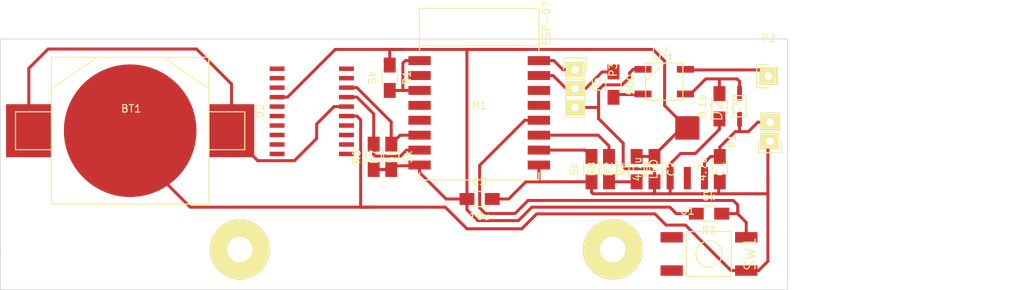
<source format=kicad_pcb>
(kicad_pcb (version 4) (host pcbnew 4.0.1-stable)

  (general
    (links 45)
    (no_connects 1)
    (area 59.899999 55.575 197.05 96.09998)
    (thickness 1.6)
    (drawings 11)
    (tracks 213)
    (zones 0)
    (modules 24)
    (nets 28)
  )

  (page A4)
  (layers
    (0 F.Cu signal)
    (31 B.Cu signal)
    (32 B.Adhes user)
    (33 F.Adhes user)
    (34 B.Paste user)
    (35 F.Paste user)
    (36 B.SilkS user)
    (37 F.SilkS user)
    (38 B.Mask user)
    (39 F.Mask user)
    (40 Dwgs.User user)
    (41 Cmts.User user)
    (42 Eco1.User user)
    (43 Eco2.User user)
    (44 Edge.Cuts user)
    (45 Margin user)
    (46 B.CrtYd user)
    (47 F.CrtYd user)
    (48 B.Fab user)
    (49 F.Fab user)
  )

  (setup
    (last_trace_width 0.4)
    (trace_clearance 0.4)
    (zone_clearance 0.508)
    (zone_45_only no)
    (trace_min 0.007874)
    (segment_width 0.2)
    (edge_width 0.1)
    (via_size 0.6)
    (via_drill 0.4)
    (via_min_size 0.015748)
    (via_min_drill 0.3)
    (uvia_size 0.3)
    (uvia_drill 0.1)
    (uvias_allowed no)
    (uvia_min_size 0.007874)
    (uvia_min_drill 0.1)
    (pcb_text_width 0.3)
    (pcb_text_size 1.5 1.5)
    (mod_edge_width 0.15)
    (mod_text_size 1 1)
    (mod_text_width 0.15)
    (pad_size 8 8)
    (pad_drill 3.4)
    (pad_to_mask_clearance 0)
    (aux_axis_origin 59.95 94.77)
    (grid_origin 59.95 94.77)
    (visible_elements 7FFFFFFF)
    (pcbplotparams
      (layerselection 0x01000_00000001)
      (usegerberextensions true)
      (excludeedgelayer true)
      (linewidth 0.100000)
      (plotframeref false)
      (viasonmask true)
      (mode 1)
      (useauxorigin true)
      (hpglpennumber 1)
      (hpglpenspeed 20)
      (hpglpendiameter 15)
      (hpglpenoverlay 2)
      (psnegative false)
      (psa4output false)
      (plotreference false)
      (plotvalue false)
      (plotinvisibletext false)
      (padsonsilk false)
      (subtractmaskfromsilk false)
      (outputformat 1)
      (mirror false)
      (drillshape 0)
      (scaleselection 1)
      (outputdirectory Gerbers/))
  )

  (net 0 "")
  (net 1 "Net-(BT1-Pad1)")
  (net 2 GND)
  (net 3 +5VD)
  (net 4 +3V3)
  (net 5 "Net-(M1-Pad1)")
  (net 6 "Net-(M1-Pad2)")
  (net 7 "Net-(M1-Pad5)")
  (net 8 SCL)
  (net 9 SDA)
  (net 10 "Net-(M1-Pad10)")
  (net 11 GPIO0)
  (net 12 "Net-(M1-Pad14)")
  (net 13 UART_Rx)
  (net 14 UART_Tx)
  (net 15 LED)
  (net 16 "Net-(P2-Pad1)")
  (net 17 "Net-(R5-Pad1)")
  (net 18 "Net-(U2-Pad3)")
  (net 19 "Net-(U2-Pad5)")
  (net 20 "Net-(U2-Pad6)")
  (net 21 "Net-(M1-Pad4)")
  (net 22 "Net-(U2-Pad20)")
  (net 23 "Net-(D1-Pad1)")
  (net 24 "Net-(M1-Pad13)")
  (net 25 "Net-(C4-Pad1)")
  (net 26 "Net-(SW1-Pad1)")
  (net 27 "Net-(SW1-Pad3)")

  (net_class Default "This is the default net class."
    (clearance 0.4)
    (trace_width 0.4)
    (via_dia 0.6)
    (via_drill 0.4)
    (uvia_dia 0.3)
    (uvia_drill 0.1)
    (add_net +3V3)
    (add_net +5VD)
    (add_net GND)
    (add_net GPIO0)
    (add_net LED)
    (add_net "Net-(BT1-Pad1)")
    (add_net "Net-(C4-Pad1)")
    (add_net "Net-(D1-Pad1)")
    (add_net "Net-(M1-Pad1)")
    (add_net "Net-(M1-Pad10)")
    (add_net "Net-(M1-Pad13)")
    (add_net "Net-(M1-Pad14)")
    (add_net "Net-(M1-Pad2)")
    (add_net "Net-(M1-Pad4)")
    (add_net "Net-(M1-Pad5)")
    (add_net "Net-(P2-Pad1)")
    (add_net "Net-(R5-Pad1)")
    (add_net "Net-(SW1-Pad1)")
    (add_net "Net-(SW1-Pad3)")
    (add_net "Net-(U2-Pad20)")
    (add_net "Net-(U2-Pad3)")
    (add_net "Net-(U2-Pad5)")
    (add_net "Net-(U2-Pad6)")
    (add_net SCL)
    (add_net SDA)
    (add_net UART_Rx)
    (add_net UART_Tx)
  )

  (module FabLibrary:M3_mount_hole locked (layer F.Cu) (tedit 5579CB64) (tstamp 557AC2F0)
    (at 92.05 89.37)
    (descr "Through hole socket strip")
    (tags "socket strip")
    (fp_text reference REF** (at 0.02794 5.55498) (layer F.SilkS) hide
      (effects (font (size 1 1) (thickness 0.15)))
    )
    (fp_text value MountHole (at -0.05588 -5.34162) (layer F.Fab) hide
      (effects (font (size 1 1) (thickness 0.15)))
    )
    (pad 1 thru_hole circle (at 0 0) (size 8 8) (drill 3.4) (layers *.Cu *.Mask F.SilkS))
    (model Socket_Strips.3dshapes/Socket_Strip_Straight_1x01.wrl
      (at (xyz 0 0 0))
      (scale (xyz 1 1 1))
      (rotate (xyz 0 0 180))
    )
  )

  (module FabLibrary:C_1206_HandSoldering_IainEdit (layer F.Cu) (tedit 54FE01C7) (tstamp 5571883B)
    (at 156.35 70.17 270)
    (descr "Capacitor SMD 1206, hand soldering")
    (tags "capacitor 1206")
    (path /5572143D)
    (attr smd)
    (fp_text reference C4 (at 0 -2.3 270) (layer F.SilkS)
      (effects (font (size 1 1) (thickness 0.15)))
    )
    (fp_text value 0.1u (at 0 2.3 270) (layer F.SilkS)
      (effects (font (size 1 1) (thickness 0.15)))
    )
    (fp_line (start -3.3 -1.15) (end 3.3 -1.15) (layer F.CrtYd) (width 0.05))
    (fp_line (start -3.3 1.15) (end 3.3 1.15) (layer F.CrtYd) (width 0.05))
    (fp_line (start -3.3 -1.15) (end -3.3 1.15) (layer F.CrtYd) (width 0.05))
    (fp_line (start 3.3 -1.15) (end 3.3 1.15) (layer F.CrtYd) (width 0.05))
    (fp_line (start 1 -1.025) (end -1 -1.025) (layer F.SilkS) (width 0.15))
    (fp_line (start -1 1.025) (end 1 1.025) (layer F.SilkS) (width 0.15))
    (pad 1 smd rect (at -1.7 0 270) (size 2 1.6) (layers F.Cu F.Paste F.Mask)
      (net 25 "Net-(C4-Pad1)"))
    (pad 2 smd rect (at 1.7 0 270) (size 2 1.6) (layers F.Cu F.Paste F.Mask)
      (net 2 GND))
    (model Capacitors_SMD/C_1206_HandSoldering.wrl
      (at (xyz 0 0 0))
      (scale (xyz 1 1 1))
      (rotate (xyz 0 0 0))
    )
  )

  (module FabLibrary:C_1206_HandSoldering_IainEdit (layer F.Cu) (tedit 54FE01C7) (tstamp 55718829)
    (at 156.4 78.6 270)
    (descr "Capacitor SMD 1206, hand soldering")
    (tags "capacitor 1206")
    (path /556F3BA7)
    (attr smd)
    (fp_text reference C1 (at -0.03 -0.05 270) (layer F.SilkS)
      (effects (font (size 1 1) (thickness 0.15)))
    )
    (fp_text value 4.7u (at 0 2.3 270) (layer F.SilkS)
      (effects (font (size 1 1) (thickness 0.15)))
    )
    (fp_line (start -3.3 -1.15) (end 3.3 -1.15) (layer F.CrtYd) (width 0.05))
    (fp_line (start -3.3 1.15) (end 3.3 1.15) (layer F.CrtYd) (width 0.05))
    (fp_line (start -3.3 -1.15) (end -3.3 1.15) (layer F.CrtYd) (width 0.05))
    (fp_line (start 3.3 -1.15) (end 3.3 1.15) (layer F.CrtYd) (width 0.05))
    (fp_line (start 1 -1.025) (end -1 -1.025) (layer F.SilkS) (width 0.15))
    (fp_line (start -1 1.025) (end 1 1.025) (layer F.SilkS) (width 0.15))
    (pad 1 smd rect (at -1.7 0 270) (size 2 1.6) (layers F.Cu F.Paste F.Mask)
      (net 3 +5VD))
    (pad 2 smd rect (at 1.7 0 270) (size 2 1.6) (layers F.Cu F.Paste F.Mask)
      (net 2 GND))
    (model Capacitors_SMD/C_1206_HandSoldering.wrl
      (at (xyz 0 0 0))
      (scale (xyz 1 1 1))
      (rotate (xyz 0 0 0))
    )
  )

  (module FabLibrary:C_1206_HandSoldering_IainEdit (layer F.Cu) (tedit 54FE01C7) (tstamp 5571882F)
    (at 147.65 78.6 270)
    (descr "Capacitor SMD 1206, hand soldering")
    (tags "capacitor 1206")
    (path /556F3AC7)
    (attr smd)
    (fp_text reference C2 (at 0 -2.3 270) (layer F.SilkS)
      (effects (font (size 1 1) (thickness 0.15)))
    )
    (fp_text value 4.7u (at 0 2.3 270) (layer F.SilkS)
      (effects (font (size 1 1) (thickness 0.15)))
    )
    (fp_line (start -3.3 -1.15) (end 3.3 -1.15) (layer F.CrtYd) (width 0.05))
    (fp_line (start -3.3 1.15) (end 3.3 1.15) (layer F.CrtYd) (width 0.05))
    (fp_line (start -3.3 -1.15) (end -3.3 1.15) (layer F.CrtYd) (width 0.05))
    (fp_line (start 3.3 -1.15) (end 3.3 1.15) (layer F.CrtYd) (width 0.05))
    (fp_line (start 1 -1.025) (end -1 -1.025) (layer F.SilkS) (width 0.15))
    (fp_line (start -1 1.025) (end 1 1.025) (layer F.SilkS) (width 0.15))
    (pad 1 smd rect (at -1.7 0 270) (size 2 1.6) (layers F.Cu F.Paste F.Mask)
      (net 4 +3V3))
    (pad 2 smd rect (at 1.7 0 270) (size 2 1.6) (layers F.Cu F.Paste F.Mask)
      (net 2 GND))
    (model Capacitors_SMD/C_1206_HandSoldering.wrl
      (at (xyz 0 0 0))
      (scale (xyz 1 1 1))
      (rotate (xyz 0 0 0))
    )
  )

  (module FabLibrary:C_1206_HandSoldering_IainEdit (layer F.Cu) (tedit 54FE01C7) (tstamp 55718835)
    (at 124.2 82.6)
    (descr "Capacitor SMD 1206, hand soldering")
    (tags "capacitor 1206")
    (path /55718FEB)
    (attr smd)
    (fp_text reference C3 (at 0 -2.3) (layer F.SilkS)
      (effects (font (size 1 1) (thickness 0.15)))
    )
    (fp_text value 10u (at 0 2.3) (layer F.SilkS)
      (effects (font (size 1 1) (thickness 0.15)))
    )
    (fp_line (start -3.3 -1.15) (end 3.3 -1.15) (layer F.CrtYd) (width 0.05))
    (fp_line (start -3.3 1.15) (end 3.3 1.15) (layer F.CrtYd) (width 0.05))
    (fp_line (start -3.3 -1.15) (end -3.3 1.15) (layer F.CrtYd) (width 0.05))
    (fp_line (start 3.3 -1.15) (end 3.3 1.15) (layer F.CrtYd) (width 0.05))
    (fp_line (start 1 -1.025) (end -1 -1.025) (layer F.SilkS) (width 0.15))
    (fp_line (start -1 1.025) (end 1 1.025) (layer F.SilkS) (width 0.15))
    (pad 1 smd rect (at -1.7 0) (size 2 1.6) (layers F.Cu F.Paste F.Mask)
      (net 4 +3V3))
    (pad 2 smd rect (at 1.7 0) (size 2 1.6) (layers F.Cu F.Paste F.Mask)
      (net 2 GND))
    (model Capacitors_SMD/C_1206_HandSoldering.wrl
      (at (xyz 0 0 0))
      (scale (xyz 1 1 1))
      (rotate (xyz 0 0 0))
    )
  )

  (module FabLibrary:C_1206_HandSoldering_IainEdit (layer F.Cu) (tedit 54FE01C7) (tstamp 55718841)
    (at 145.25 78.6 90)
    (descr "Capacitor SMD 1206, hand soldering")
    (tags "capacitor 1206")
    (path /557090B7)
    (attr smd)
    (fp_text reference D1 (at 0 -2.3 90) (layer F.SilkS)
      (effects (font (size 1 1) (thickness 0.15)))
    )
    (fp_text value LED (at 0 2.3 90) (layer F.SilkS)
      (effects (font (size 1 1) (thickness 0.15)))
    )
    (fp_line (start -3.3 -1.15) (end 3.3 -1.15) (layer F.CrtYd) (width 0.05))
    (fp_line (start -3.3 1.15) (end 3.3 1.15) (layer F.CrtYd) (width 0.05))
    (fp_line (start -3.3 -1.15) (end -3.3 1.15) (layer F.CrtYd) (width 0.05))
    (fp_line (start 3.3 -1.15) (end 3.3 1.15) (layer F.CrtYd) (width 0.05))
    (fp_line (start 1 -1.025) (end -1 -1.025) (layer F.SilkS) (width 0.15))
    (fp_line (start -1 1.025) (end 1 1.025) (layer F.SilkS) (width 0.15))
    (pad 1 smd rect (at -1.7 0 90) (size 2 1.6) (layers F.Cu F.Paste F.Mask)
      (net 23 "Net-(D1-Pad1)"))
    (pad 2 smd rect (at 1.7 0 90) (size 2 1.6) (layers F.Cu F.Paste F.Mask)
      (net 4 +3V3))
    (model Capacitors_SMD/C_1206_HandSoldering.wrl
      (at (xyz 0 0 0))
      (scale (xyz 1 1 1))
      (rotate (xyz 0 0 0))
    )
  )

  (module FabLibrary:ESP-07 (layer F.Cu) (tedit 55718857) (tstamp 55718855)
    (at 124.15 70.05 270)
    (path /556F342F)
    (fp_text reference M1 (at 0 0 360) (layer F.SilkS)
      (effects (font (size 1 1) (thickness 0.15)))
    )
    (fp_text value ESP-07 (at -11 -9 270) (layer F.SilkS)
      (effects (font (size 1 1) (thickness 0.15)))
    )
    (fp_line (start -8 -8) (end -8 8) (layer F.SilkS) (width 0.15))
    (fp_line (start -7 8) (end -13 8) (layer F.SilkS) (width 0.15))
    (fp_line (start -13 8) (end -13 -8) (layer F.SilkS) (width 0.15))
    (fp_line (start -13 -8) (end -7 -8) (layer F.SilkS) (width 0.15))
    (fp_line (start 9 8) (end 10 8) (layer F.SilkS) (width 0.15))
    (fp_line (start 10 8) (end 10 -8) (layer F.SilkS) (width 0.15))
    (fp_line (start 10 -8) (end 9 -8) (layer F.SilkS) (width 0.15))
    (pad 1 smd rect (at -6 8 270) (size 1.2 3) (layers F.Cu F.Paste F.Mask)
      (net 5 "Net-(M1-Pad1)"))
    (pad 2 smd rect (at -4 8 270) (size 1.2 3) (layers F.Cu F.Paste F.Mask)
      (net 6 "Net-(M1-Pad2)"))
    (pad 3 smd rect (at -2 8 270) (size 1.2 3) (layers F.Cu F.Paste F.Mask)
      (net 5 "Net-(M1-Pad1)"))
    (pad 4 smd rect (at 0 8 270) (size 1.2 3) (layers F.Cu F.Paste F.Mask)
      (net 21 "Net-(M1-Pad4)"))
    (pad 5 smd rect (at 2 8 270) (size 1.2 3) (layers F.Cu F.Paste F.Mask)
      (net 7 "Net-(M1-Pad5)"))
    (pad 6 smd rect (at 4 8 270) (size 1.2 3) (layers F.Cu F.Paste F.Mask)
      (net 8 SCL))
    (pad 7 smd rect (at 6 8 270) (size 1.2 3) (layers F.Cu F.Paste F.Mask)
      (net 9 SDA))
    (pad 8 smd rect (at 8 8 270) (size 1.2 3) (layers F.Cu F.Paste F.Mask)
      (net 4 +3V3))
    (pad 9 smd rect (at 8 -8 270) (size 1.2 3) (layers F.Cu F.Paste F.Mask)
      (net 2 GND))
    (pad 10 smd rect (at 6 -8 270) (size 1.2 3) (layers F.Cu F.Paste F.Mask)
      (net 10 "Net-(M1-Pad10)"))
    (pad 12 smd rect (at 2 -8 270) (size 1.2 3) (layers F.Cu F.Paste F.Mask)
      (net 11 GPIO0))
    (pad 13 smd rect (at 0 -8 270) (size 1.2 3) (layers F.Cu F.Paste F.Mask)
      (net 24 "Net-(M1-Pad13)"))
    (pad 14 smd rect (at -2 -8 270) (size 1.2 3) (layers F.Cu F.Paste F.Mask)
      (net 12 "Net-(M1-Pad14)"))
    (pad 15 smd rect (at -4 -8 270) (size 1.2 3) (layers F.Cu F.Paste F.Mask)
      (net 13 UART_Rx))
    (pad 16 smd rect (at -6 -8 270) (size 1.2 3) (layers F.Cu F.Paste F.Mask)
      (net 14 UART_Tx))
    (pad 11 smd rect (at 4 -8 270) (size 1.2 3) (layers F.Cu F.Paste F.Mask)
      (net 15 LED))
  )

  (module FabLibrary:Socket_Strip_Straight_1x02 (layer F.Cu) (tedit 5549075A) (tstamp 5571885B)
    (at 163.15 74.85 90)
    (descr "Through hole socket strip")
    (tags "socket strip")
    (path /556F3ED9)
    (fp_text reference P1 (at 0 -5.1 90) (layer F.SilkS)
      (effects (font (size 1 1) (thickness 0.15)))
    )
    (fp_text value 5V_input (at 0 -3.1 90) (layer F.Fab)
      (effects (font (size 1 1) (thickness 0.15)))
    )
    (fp_line (start -1.55 1.55) (end 0 1.55) (layer F.SilkS) (width 0.15))
    (fp_line (start 3.81 1.27) (end 1.27 1.27) (layer F.SilkS) (width 0.15))
    (fp_line (start -1.75 -1.75) (end -1.75 1.75) (layer F.CrtYd) (width 0.05))
    (fp_line (start 4.3 -1.75) (end 4.3 1.75) (layer F.CrtYd) (width 0.05))
    (fp_line (start -1.75 -1.75) (end 4.3 -1.75) (layer F.CrtYd) (width 0.05))
    (fp_line (start -1.75 1.75) (end 4.3 1.75) (layer F.CrtYd) (width 0.05))
    (fp_line (start 1.27 1.27) (end 1.27 -1.27) (layer F.SilkS) (width 0.15))
    (fp_line (start 0 -1.55) (end -1.55 -1.55) (layer F.SilkS) (width 0.15))
    (fp_line (start -1.55 -1.55) (end -1.55 1.55) (layer F.SilkS) (width 0.15))
    (fp_line (start 1.27 -1.27) (end 3.81 -1.27) (layer F.SilkS) (width 0.15))
    (fp_line (start 3.81 -1.27) (end 3.81 1.27) (layer F.SilkS) (width 0.15))
    (pad 1 thru_hole rect (at 0 0 90) (size 2 2.5) (drill 1.016) (layers *.Mask F.Cu F.SilkS)
      (net 2 GND))
    (pad 2 thru_hole rect (at 2.54 0 90) (size 2 2.5) (drill 1.016) (layers *.Mask F.Cu F.SilkS)
      (net 3 +5VD))
    (model Socket_Strips.3dshapes/Socket_Strip_Straight_1x02.wrl
      (at (xyz 0.05 0 0))
      (scale (xyz 1 1 1))
      (rotate (xyz 0 0 180))
    )
  )

  (module Socket_Strips:Socket_Strip_Straight_1x01 (layer F.Cu) (tedit 54E9F79C) (tstamp 55718860)
    (at 162.9 66.15)
    (descr "Through hole socket strip")
    (tags "socket strip")
    (path /556F9C82)
    (fp_text reference P2 (at 0 -5.1) (layer F.SilkS)
      (effects (font (size 1 1) (thickness 0.15)))
    )
    (fp_text value WS2812b_Out (at 0 -3.1) (layer F.Fab)
      (effects (font (size 1 1) (thickness 0.15)))
    )
    (fp_line (start -1.75 -1.75) (end -1.75 1.75) (layer F.CrtYd) (width 0.05))
    (fp_line (start 1.75 -1.75) (end 1.75 1.75) (layer F.CrtYd) (width 0.05))
    (fp_line (start -1.75 -1.75) (end 1.75 -1.75) (layer F.CrtYd) (width 0.05))
    (fp_line (start -1.75 1.75) (end 1.75 1.75) (layer F.CrtYd) (width 0.05))
    (fp_line (start 1.27 1.27) (end 1.27 -1.27) (layer F.SilkS) (width 0.15))
    (fp_line (start -1.55 -1.55) (end 0 -1.55) (layer F.SilkS) (width 0.15))
    (fp_line (start -1.55 -1.55) (end -1.55 1.55) (layer F.SilkS) (width 0.15))
    (fp_line (start -1.55 1.55) (end 0 1.55) (layer F.SilkS) (width 0.15))
    (pad 1 thru_hole rect (at 0 0) (size 2.2352 2.2352) (drill 1.016) (layers *.Cu *.Mask F.SilkS)
      (net 16 "Net-(P2-Pad1)"))
    (model Socket_Strips.3dshapes/Socket_Strip_Straight_1x01.wrl
      (at (xyz 0 0 0))
      (scale (xyz 1 1 1))
      (rotate (xyz 0 0 180))
    )
  )

  (module FabLibrary:Socket_Strip_Straight_1x03_IainEdit (layer F.Cu) (tedit 5533E843) (tstamp 55718867)
    (at 137 65.25 270)
    (descr "Through hole socket strip")
    (tags "socket strip")
    (path /556F5392)
    (fp_text reference P3 (at 0 -5.1 270) (layer F.SilkS)
      (effects (font (size 1 1) (thickness 0.15)))
    )
    (fp_text value UART (at 0 -3.1 270) (layer F.Fab)
      (effects (font (size 1 1) (thickness 0.15)))
    )
    (fp_line (start 0 -1.55) (end -1.55 -1.55) (layer F.SilkS) (width 0.15))
    (fp_line (start -1.55 -1.55) (end -1.55 1.55) (layer F.SilkS) (width 0.15))
    (fp_line (start -1.55 1.55) (end 0 1.55) (layer F.SilkS) (width 0.15))
    (fp_line (start -1.75 -1.75) (end -1.75 1.75) (layer F.CrtYd) (width 0.05))
    (fp_line (start 6.85 -1.75) (end 6.85 1.75) (layer F.CrtYd) (width 0.05))
    (fp_line (start -1.75 -1.75) (end 6.85 -1.75) (layer F.CrtYd) (width 0.05))
    (fp_line (start -1.75 1.75) (end 6.85 1.75) (layer F.CrtYd) (width 0.05))
    (fp_line (start 1.27 -1.27) (end 6.35 -1.27) (layer F.SilkS) (width 0.15))
    (fp_line (start 6.35 -1.27) (end 6.35 1.27) (layer F.SilkS) (width 0.15))
    (fp_line (start 6.35 1.27) (end 1.27 1.27) (layer F.SilkS) (width 0.15))
    (fp_line (start 1.27 1.27) (end 1.27 -1.27) (layer F.SilkS) (width 0.15))
    (pad 1 thru_hole rect (at 0 0 270) (size 2 2.5) (drill 1.016) (layers *.Mask F.Cu F.SilkS)
      (net 14 UART_Tx))
    (pad 2 thru_hole rect (at 2.54 0 270) (size 2 2.5) (drill 1.016) (layers *.Mask F.Cu F.SilkS)
      (net 13 UART_Rx))
    (pad 3 thru_hole rect (at 5.08 0 270) (size 2 2.5) (drill 1.016) (layers *.Mask F.Cu F.SilkS)
      (net 2 GND))
    (model Socket_Strips.3dshapes/Socket_Strip_Straight_1x03.wrl
      (at (xyz 0.1 0 0))
      (scale (xyz 1 1 1))
      (rotate (xyz 0 0 180))
    )
  )

  (module FabLibrary:C_1206_HandSoldering_IainEdit (layer F.Cu) (tedit 54FE01C7) (tstamp 5571886D)
    (at 112.15 66.35 270)
    (descr "Capacitor SMD 1206, hand soldering")
    (tags "capacitor 1206")
    (path /5570FFB2)
    (attr smd)
    (fp_text reference R1 (at 0 -2.3 270) (layer F.SilkS)
      (effects (font (size 1 1) (thickness 0.15)))
    )
    (fp_text value 5k (at 0 2.3 270) (layer F.SilkS)
      (effects (font (size 1 1) (thickness 0.15)))
    )
    (fp_line (start -3.3 -1.15) (end 3.3 -1.15) (layer F.CrtYd) (width 0.05))
    (fp_line (start -3.3 1.15) (end 3.3 1.15) (layer F.CrtYd) (width 0.05))
    (fp_line (start -3.3 -1.15) (end -3.3 1.15) (layer F.CrtYd) (width 0.05))
    (fp_line (start 3.3 -1.15) (end 3.3 1.15) (layer F.CrtYd) (width 0.05))
    (fp_line (start 1 -1.025) (end -1 -1.025) (layer F.SilkS) (width 0.15))
    (fp_line (start -1 1.025) (end 1 1.025) (layer F.SilkS) (width 0.15))
    (pad 1 smd rect (at -1.7 0 270) (size 2 1.6) (layers F.Cu F.Paste F.Mask)
      (net 4 +3V3))
    (pad 2 smd rect (at 1.7 0 270) (size 2 1.6) (layers F.Cu F.Paste F.Mask)
      (net 5 "Net-(M1-Pad1)"))
    (model Capacitors_SMD/C_1206_HandSoldering.wrl
      (at (xyz 0 0 0))
      (scale (xyz 1 1 1))
      (rotate (xyz 0 0 0))
    )
  )

  (module FabLibrary:C_1206_HandSoldering_IainEdit (layer F.Cu) (tedit 54FE01C7) (tstamp 55718873)
    (at 139.2 78.6 270)
    (descr "Capacitor SMD 1206, hand soldering")
    (tags "capacitor 1206")
    (path /55715157)
    (attr smd)
    (fp_text reference R2 (at 0 -2.3 270) (layer F.SilkS)
      (effects (font (size 1 1) (thickness 0.15)))
    )
    (fp_text value 5k (at 0 2.3 270) (layer F.SilkS)
      (effects (font (size 1 1) (thickness 0.15)))
    )
    (fp_line (start -3.3 -1.15) (end 3.3 -1.15) (layer F.CrtYd) (width 0.05))
    (fp_line (start -3.3 1.15) (end 3.3 1.15) (layer F.CrtYd) (width 0.05))
    (fp_line (start -3.3 -1.15) (end -3.3 1.15) (layer F.CrtYd) (width 0.05))
    (fp_line (start 3.3 -1.15) (end 3.3 1.15) (layer F.CrtYd) (width 0.05))
    (fp_line (start 1 -1.025) (end -1 -1.025) (layer F.SilkS) (width 0.15))
    (fp_line (start -1 1.025) (end 1 1.025) (layer F.SilkS) (width 0.15))
    (pad 1 smd rect (at -1.7 0 270) (size 2 1.6) (layers F.Cu F.Paste F.Mask)
      (net 10 "Net-(M1-Pad10)"))
    (pad 2 smd rect (at 1.7 0 270) (size 2 1.6) (layers F.Cu F.Paste F.Mask)
      (net 2 GND))
    (model Capacitors_SMD/C_1206_HandSoldering.wrl
      (at (xyz 0 0 0))
      (scale (xyz 1 1 1))
      (rotate (xyz 0 0 0))
    )
  )

  (module FabLibrary:C_1206_HandSoldering_IainEdit (layer F.Cu) (tedit 54FE01C7) (tstamp 55718879)
    (at 154.95 84.57 180)
    (descr "Capacitor SMD 1206, hand soldering")
    (tags "capacitor 1206")
    (path /55710DCF)
    (attr smd)
    (fp_text reference R3 (at 0 -2.3 180) (layer F.SilkS)
      (effects (font (size 1 1) (thickness 0.15)))
    )
    (fp_text value 5k (at 0 2.3 180) (layer F.SilkS)
      (effects (font (size 1 1) (thickness 0.15)))
    )
    (fp_line (start -3.3 -1.15) (end 3.3 -1.15) (layer F.CrtYd) (width 0.05))
    (fp_line (start -3.3 1.15) (end 3.3 1.15) (layer F.CrtYd) (width 0.05))
    (fp_line (start -3.3 -1.15) (end -3.3 1.15) (layer F.CrtYd) (width 0.05))
    (fp_line (start 3.3 -1.15) (end 3.3 1.15) (layer F.CrtYd) (width 0.05))
    (fp_line (start 1 -1.025) (end -1 -1.025) (layer F.SilkS) (width 0.15))
    (fp_line (start -1 1.025) (end 1 1.025) (layer F.SilkS) (width 0.15))
    (pad 1 smd rect (at -1.7 0 180) (size 2 1.6) (layers F.Cu F.Paste F.Mask)
      (net 11 GPIO0))
    (pad 2 smd rect (at 1.7 0 180) (size 2 1.6) (layers F.Cu F.Paste F.Mask)
      (net 4 +3V3))
    (model Capacitors_SMD/C_1206_HandSoldering.wrl
      (at (xyz 0 0 0))
      (scale (xyz 1 1 1))
      (rotate (xyz 0 0 0))
    )
  )

  (module FabLibrary:C_1206_HandSoldering_IainEdit (layer F.Cu) (tedit 54FE01C7) (tstamp 55718885)
    (at 142.15 67.27 90)
    (descr "Capacitor SMD 1206, hand soldering")
    (tags "capacitor 1206")
    (path /557208AF)
    (attr smd)
    (fp_text reference R5 (at 0 -2.3 90) (layer F.SilkS)
      (effects (font (size 1 1) (thickness 0.15)))
    )
    (fp_text value 500 (at 0 2.3 90) (layer F.SilkS)
      (effects (font (size 1 1) (thickness 0.15)))
    )
    (fp_line (start -3.3 -1.15) (end 3.3 -1.15) (layer F.CrtYd) (width 0.05))
    (fp_line (start -3.3 1.15) (end 3.3 1.15) (layer F.CrtYd) (width 0.05))
    (fp_line (start -3.3 -1.15) (end -3.3 1.15) (layer F.CrtYd) (width 0.05))
    (fp_line (start 3.3 -1.15) (end 3.3 1.15) (layer F.CrtYd) (width 0.05))
    (fp_line (start 1 -1.025) (end -1 -1.025) (layer F.SilkS) (width 0.15))
    (fp_line (start -1 1.025) (end 1 1.025) (layer F.SilkS) (width 0.15))
    (pad 1 smd rect (at -1.7 0 90) (size 2 1.6) (layers F.Cu F.Paste F.Mask)
      (net 17 "Net-(R5-Pad1)"))
    (pad 2 smd rect (at 1.7 0 90) (size 2 1.6) (layers F.Cu F.Paste F.Mask)
      (net 13 UART_Rx))
    (model Capacitors_SMD/C_1206_HandSoldering.wrl
      (at (xyz 0 0 0))
      (scale (xyz 1 1 1))
      (rotate (xyz 0 0 0))
    )
  )

  (module FabLibrary:C_1206_HandSoldering_IainEdit (layer F.Cu) (tedit 54FE01C7) (tstamp 5571888B)
    (at 110 76.95 90)
    (descr "Capacitor SMD 1206, hand soldering")
    (tags "capacitor 1206")
    (path /556FCCE0)
    (attr smd)
    (fp_text reference R6 (at 0 -2.3 90) (layer F.SilkS)
      (effects (font (size 1 1) (thickness 0.15)))
    )
    (fp_text value 5k (at 0 2.3 90) (layer F.SilkS)
      (effects (font (size 1 1) (thickness 0.15)))
    )
    (fp_line (start -3.3 -1.15) (end 3.3 -1.15) (layer F.CrtYd) (width 0.05))
    (fp_line (start -3.3 1.15) (end 3.3 1.15) (layer F.CrtYd) (width 0.05))
    (fp_line (start -3.3 -1.15) (end -3.3 1.15) (layer F.CrtYd) (width 0.05))
    (fp_line (start 3.3 -1.15) (end 3.3 1.15) (layer F.CrtYd) (width 0.05))
    (fp_line (start 1 -1.025) (end -1 -1.025) (layer F.SilkS) (width 0.15))
    (fp_line (start -1 1.025) (end 1 1.025) (layer F.SilkS) (width 0.15))
    (pad 1 smd rect (at -1.7 0 90) (size 2 1.6) (layers F.Cu F.Paste F.Mask)
      (net 4 +3V3))
    (pad 2 smd rect (at 1.7 0 90) (size 2 1.6) (layers F.Cu F.Paste F.Mask)
      (net 9 SDA))
    (model Capacitors_SMD/C_1206_HandSoldering.wrl
      (at (xyz 0 0 0))
      (scale (xyz 1 1 1))
      (rotate (xyz 0 0 0))
    )
  )

  (module FabLibrary:C_1206_HandSoldering_IainEdit (layer F.Cu) (tedit 54FE01C7) (tstamp 55718891)
    (at 112.35 76.95 90)
    (descr "Capacitor SMD 1206, hand soldering")
    (tags "capacitor 1206")
    (path /556FCE30)
    (attr smd)
    (fp_text reference R7 (at 0 -2.3 90) (layer F.SilkS)
      (effects (font (size 1 1) (thickness 0.15)))
    )
    (fp_text value 5k (at 0 2.3 90) (layer F.SilkS)
      (effects (font (size 1 1) (thickness 0.15)))
    )
    (fp_line (start -3.3 -1.15) (end 3.3 -1.15) (layer F.CrtYd) (width 0.05))
    (fp_line (start -3.3 1.15) (end 3.3 1.15) (layer F.CrtYd) (width 0.05))
    (fp_line (start -3.3 -1.15) (end -3.3 1.15) (layer F.CrtYd) (width 0.05))
    (fp_line (start 3.3 -1.15) (end 3.3 1.15) (layer F.CrtYd) (width 0.05))
    (fp_line (start 1 -1.025) (end -1 -1.025) (layer F.SilkS) (width 0.15))
    (fp_line (start -1 1.025) (end 1 1.025) (layer F.SilkS) (width 0.15))
    (pad 1 smd rect (at -1.7 0 90) (size 2 1.6) (layers F.Cu F.Paste F.Mask)
      (net 4 +3V3))
    (pad 2 smd rect (at 1.7 0 90) (size 2 1.6) (layers F.Cu F.Paste F.Mask)
      (net 8 SCL))
    (model Capacitors_SMD/C_1206_HandSoldering.wrl
      (at (xyz 0 0 0))
      (scale (xyz 1 1 1))
      (rotate (xyz 0 0 0))
    )
  )

  (module FabLibrary:C_1206_HandSoldering_IainEdit (layer F.Cu) (tedit 54FE01C7) (tstamp 55718897)
    (at 141.55 78.6 90)
    (descr "Capacitor SMD 1206, hand soldering")
    (tags "capacitor 1206")
    (path /55708FA9)
    (attr smd)
    (fp_text reference R8 (at 0 -2.3 90) (layer F.SilkS)
      (effects (font (size 1 1) (thickness 0.15)))
    )
    (fp_text value 1k (at 0 2.3 90) (layer F.SilkS)
      (effects (font (size 1 1) (thickness 0.15)))
    )
    (fp_line (start -3.3 -1.15) (end 3.3 -1.15) (layer F.CrtYd) (width 0.05))
    (fp_line (start -3.3 1.15) (end 3.3 1.15) (layer F.CrtYd) (width 0.05))
    (fp_line (start -3.3 -1.15) (end -3.3 1.15) (layer F.CrtYd) (width 0.05))
    (fp_line (start 3.3 -1.15) (end 3.3 1.15) (layer F.CrtYd) (width 0.05))
    (fp_line (start 1 -1.025) (end -1 -1.025) (layer F.SilkS) (width 0.15))
    (fp_line (start -1 1.025) (end 1 1.025) (layer F.SilkS) (width 0.15))
    (pad 1 smd rect (at -1.7 0 90) (size 2 1.6) (layers F.Cu F.Paste F.Mask)
      (net 23 "Net-(D1-Pad1)"))
    (pad 2 smd rect (at 1.7 0 90) (size 2 1.6) (layers F.Cu F.Paste F.Mask)
      (net 15 LED))
    (model Capacitors_SMD/C_1206_HandSoldering.wrl
      (at (xyz 0 0 0))
      (scale (xyz 1 1 1))
      (rotate (xyz 0 0 0))
    )
  )

  (module FabLibrary:SOT223_HandSolder (layer F.Cu) (tedit 55490111) (tstamp 557188A8)
    (at 152.05 78.3)
    (path /556F388A)
    (fp_text reference U1 (at 0 5.9) (layer F.SilkS)
      (effects (font (size 1 1) (thickness 0.15)))
    )
    (fp_text value NCP1117ST33T3G (at 0 -7.9) (layer F.Fab) hide
      (effects (font (size 1 1) (thickness 0.15)))
    )
    (pad 1 smd rect (at -2.3 1.5) (size 0.95 3) (layers F.Cu F.Paste F.Mask)
      (net 2 GND))
    (pad 2 smd rect (at 0 1.5) (size 0.95 3) (layers F.Cu F.Paste F.Mask)
      (net 4 +3V3))
    (pad 3 smd rect (at 2.3 1.5) (size 0.95 3) (layers F.Cu F.Paste F.Mask)
      (net 3 +5VD))
    (pad 2 smd rect (at 0 -5.225) (size 3.25 3.15) (layers F.Cu F.Paste F.Mask)
      (net 4 +3V3))
  )

  (module FabLibrary:Maxim_SOIC-20_W20-H2 (layer F.Cu) (tedit 55704B41) (tstamp 557188C0)
    (at 101.7 70.85 270)
    (path /556FB126)
    (fp_text reference U2 (at -0.02 6.92 270) (layer F.SilkS)
      (effects (font (size 1 1) (thickness 0.15)))
    )
    (fp_text value DS3232 (at -0.02 -7.74 270) (layer F.Fab) hide
      (effects (font (size 1 1) (thickness 0.15)))
    )
    (pad 1 smd rect (at -5.715 4.65 270) (size 0.6 2) (layers F.Cu F.Paste F.Mask))
    (pad 2 smd rect (at -4.445 4.65 270) (size 0.6 2) (layers F.Cu F.Paste F.Mask))
    (pad 3 smd rect (at -3.175 4.65 270) (size 0.6 2) (layers F.Cu F.Paste F.Mask)
      (net 18 "Net-(U2-Pad3)"))
    (pad 4 smd rect (at -1.905 4.65 270) (size 0.6 2) (layers F.Cu F.Paste F.Mask)
      (net 4 +3V3))
    (pad 5 smd rect (at -0.635 4.65 270) (size 0.6 2) (layers F.Cu F.Paste F.Mask)
      (net 19 "Net-(U2-Pad5)"))
    (pad 6 smd rect (at 0.635 4.65 270) (size 0.6 2) (layers F.Cu F.Paste F.Mask)
      (net 20 "Net-(U2-Pad6)"))
    (pad 7 smd rect (at 1.905 4.65 270) (size 0.6 2) (layers F.Cu F.Paste F.Mask))
    (pad 8 smd rect (at 3.175 4.65 270) (size 0.6 2) (layers F.Cu F.Paste F.Mask))
    (pad 9 smd rect (at 4.445 4.65 270) (size 0.6 2) (layers F.Cu F.Paste F.Mask))
    (pad 10 smd rect (at 5.715 4.65 270) (size 0.6 2) (layers F.Cu F.Paste F.Mask))
    (pad 11 smd rect (at 5.715 -4.65 270) (size 0.6 2) (layers F.Cu F.Paste F.Mask))
    (pad 12 smd rect (at 4.445 -4.65 270) (size 0.6 2) (layers F.Cu F.Paste F.Mask))
    (pad 13 smd rect (at 3.175 -4.65 270) (size 0.6 2) (layers F.Cu F.Paste F.Mask))
    (pad 14 smd rect (at 1.905 -4.65 270) (size 0.6 2) (layers F.Cu F.Paste F.Mask))
    (pad 15 smd rect (at 0.635 -4.65 270) (size 0.6 2) (layers F.Cu F.Paste F.Mask)
      (net 2 GND))
    (pad 16 smd rect (at -0.635 -4.65 270) (size 0.6 2) (layers F.Cu F.Paste F.Mask)
      (net 1 "Net-(BT1-Pad1)"))
    (pad 17 smd rect (at -1.905 -4.65 270) (size 0.6 2) (layers F.Cu F.Paste F.Mask)
      (net 9 SDA))
    (pad 18 smd rect (at -3.175 -4.65 270) (size 0.6 2) (layers F.Cu F.Paste F.Mask)
      (net 8 SCL))
    (pad 19 smd rect (at -4.445 -4.65 270) (size 0.6 2) (layers F.Cu F.Paste F.Mask))
    (pad 20 smd rect (at -5.715 -4.65 270) (size 0.6 2) (layers F.Cu F.Paste F.Mask)
      (net 22 "Net-(U2-Pad20)"))
  )

  (module FabLibrary:WS2812b_handsolder (layer F.Cu) (tedit 550569EB) (tstamp 557188D2)
    (at 148.95 66.87 180)
    (path /557202D6)
    (fp_text reference U4 (at 0.3 3.7 180) (layer F.SilkS)
      (effects (font (size 1.5 1.5) (thickness 0.15)))
    )
    (fp_text value WS2812b (at 0 -3.8 180) (layer F.Fab) hide
      (effects (font (size 1.5 1.5) (thickness 0.15)))
    )
    (fp_line (start 2.5 0) (end 0 2.5) (layer F.SilkS) (width 0.15))
    (fp_line (start -2.5 -2.5) (end 2.5 -2.5) (layer F.SilkS) (width 0.15))
    (fp_line (start 2.5 -2.5) (end 2.5 2.5) (layer F.SilkS) (width 0.15))
    (fp_line (start 2.5 2.5) (end -2.5 2.5) (layer F.SilkS) (width 0.15))
    (fp_line (start -2.5 2.5) (end -2.5 -2.5) (layer F.SilkS) (width 0.15))
    (pad 1 smd rect (at -2.85 -1.65 180) (size 2.3 0.9) (layers F.Cu F.Paste F.Mask)
      (net 25 "Net-(C4-Pad1)"))
    (pad 2 smd rect (at -2.85 1.65 180) (size 2.3 0.9) (layers F.Cu F.Paste F.Mask)
      (net 16 "Net-(P2-Pad1)"))
    (pad 4 smd rect (at 2.85 -1.65 180) (size 2.3 0.9) (layers F.Cu F.Paste F.Mask)
      (net 17 "Net-(R5-Pad1)"))
    (pad 3 smd rect (at 2.85 1.65 180) (size 2.3 0.9) (layers F.Cu F.Paste F.Mask)
      (net 2 GND))
  )

  (module FabLibrary:Battery_Holder_Cell_20mm_smd (layer F.Cu) (tedit 5571870A) (tstamp 55718FE7)
    (at 77.35 73.45 180)
    (path /556FBD5E)
    (fp_text reference BT1 (at -0.14 2.96 180) (layer F.SilkS)
      (effects (font (size 1 1) (thickness 0.15)))
    )
    (fp_text value Battery (at -0.02 -7.3 180) (layer F.Fab) hide
      (effects (font (size 1 1) (thickness 0.15)))
    )
    (fp_line (start 15.367 -2.54) (end 15.367 2.54) (layer F.SilkS) (width 0.15))
    (fp_line (start 10.55624 5.62864) (end 4.4323 9.8425) (layer F.SilkS) (width 0.15))
    (fp_line (start -10.55116 5.62864) (end -4.42976 9.84758) (layer F.SilkS) (width 0.15))
    (fp_line (start -15.367 -2.54) (end -15.367 2.54) (layer F.SilkS) (width 0.15))
    (fp_line (start -10.5537 -9.8425) (end -10.5537 9.8425) (layer F.SilkS) (width 0.15))
    (fp_line (start -10.5537 9.8425) (end 10.5537 9.8425) (layer F.SilkS) (width 0.15))
    (fp_line (start 10.5537 -9.8425) (end 10.5537 9.8425) (layer F.SilkS) (width 0.15))
    (fp_line (start -10.5537 -9.8425) (end 10.5537 -9.8425) (layer F.SilkS) (width 0.15))
    (fp_line (start -10.5537 -2.54) (end -15.367 -2.54) (layer F.SilkS) (width 0.15))
    (fp_line (start 10.5537 2.54) (end 15.367 2.54) (layer F.SilkS) (width 0.15))
    (fp_line (start -10.5537 2.54) (end -15.367 2.54) (layer F.SilkS) (width 0.15))
    (fp_line (start 10.5537 -2.54) (end 15.367 -2.54) (layer F.SilkS) (width 0.15))
    (pad 1 smd rect (at 13.589 0 180) (size 6.096 7.112) (layers F.Cu F.Paste F.Mask)
      (net 1 "Net-(BT1-Pad1)"))
    (pad 2 smd circle (at 0 0 180) (size 17.78 17.78) (layers F.Cu F.Paste F.Mask)
      (net 2 GND))
    (pad 1 smd rect (at -13.589 0 180) (size 6.096 7.112) (layers F.Cu F.Paste F.Mask)
      (net 1 "Net-(BT1-Pad1)"))
  )

  (module FabLibrary:M3_mount_hole locked (layer F.Cu) (tedit 5579CB64) (tstamp 557AC2EA)
    (at 142.05 89.37)
    (descr "Through hole socket strip")
    (tags "socket strip")
    (fp_text reference REF** (at 0.02794 5.55498) (layer F.SilkS) hide
      (effects (font (size 1 1) (thickness 0.15)))
    )
    (fp_text value MountHole (at -0.05588 -5.34162) (layer F.Fab) hide
      (effects (font (size 1 1) (thickness 0.15)))
    )
    (pad 1 thru_hole circle (at 0 0) (size 8 8) (drill 3.4) (layers *.Cu *.Mask F.SilkS))
    (model Socket_Strips.3dshapes/Socket_Strip_Straight_1x01.wrl
      (at (xyz 0 0 0))
      (scale (xyz 1 1 1))
      (rotate (xyz 0 0 180))
    )
  )

  (module IainPersonalLibrary:SOD-123F_HandSolder (layer F.Cu) (tedit 57682574) (tstamp 5957A5A7)
    (at 159.05 70.17 270)
    (path /5957AF12)
    (fp_text reference D2 (at 0.59 3.07 270) (layer F.SilkS)
      (effects (font (size 1.5 1.5) (thickness 0.15)))
    )
    (fp_text value D (at 0 -3.58 270) (layer F.Fab) hide
      (effects (font (size 1.5 1.5) (thickness 0.15)))
    )
    (fp_line (start -0.9 -0.85) (end -0.9 0.85) (layer F.SilkS) (width 0.15))
    (fp_line (start 1.425 -0.85) (end 1.425 0.85) (layer F.SilkS) (width 0.15))
    (fp_line (start -1.425 -0.85) (end -1.425 0.85) (layer F.SilkS) (width 0.15))
    (fp_line (start -1.425 0.85) (end 1.425 0.85) (layer F.SilkS) (width 0.15))
    (fp_line (start -1.425 -0.85) (end 1.425 -0.85) (layer F.SilkS) (width 0.15))
    (pad 2 smd rect (at 1.74 0 270) (size 1.97 0.65) (layers F.Cu F.Paste F.Mask)
      (net 3 +5VD))
    (pad 1 smd rect (at -1.74 0 270) (size 1.97 0.65) (layers F.Cu F.Paste F.Mask)
      (net 25 "Net-(C4-Pad1)"))
  )

  (module IainPersonalLibrary:FSM2JSMA_DPST_PushButton (layer F.Cu) (tedit 571FBCC1) (tstamp 5957A863)
    (at 154.95 89.97 90)
    (path /5957B944)
    (fp_text reference SW1 (at 0 5.5 90) (layer F.SilkS)
      (effects (font (size 1.5 1.5) (thickness 0.15)))
    )
    (fp_text value DPST (at 0 -5.5 90) (layer F.Fab) hide
      (effects (font (size 1.5 1.5) (thickness 0.15)))
    )
    (fp_circle (center 0 0) (end 1.75 -0.05) (layer F.SilkS) (width 0.15))
    (fp_line (start -3 -3) (end -3 3) (layer F.SilkS) (width 0.15))
    (fp_line (start 3 3) (end -3 3) (layer F.SilkS) (width 0.15))
    (fp_line (start 3 3) (end 3 -3) (layer F.SilkS) (width 0.15))
    (fp_line (start -3 -3) (end 3 -3) (layer F.SilkS) (width 0.15))
    (pad 4 smd rect (at -2.23 5 90) (size 1.4 3) (layers F.Cu F.Paste F.Mask)
      (net 2 GND))
    (pad 3 smd rect (at -2.23 -5 90) (size 1.4 3) (layers F.Cu F.Paste F.Mask)
      (net 27 "Net-(SW1-Pad3)"))
    (pad 2 smd rect (at 2.23 5 90) (size 1.4 3) (layers F.Cu F.Paste F.Mask)
      (net 11 GPIO0))
    (pad 1 smd rect (at 2.23 -5 90) (size 1.4 3) (layers F.Cu F.Paste F.Mask)
      (net 26 "Net-(SW1-Pad1)"))
  )

  (gr_text "3.3V internal connection\non regulator\n" (at 182.9 78) (layer Cmts.User)
    (effects (font (size 1.5 1.5) (thickness 0.3)))
  )
  (gr_line (start 165.5 94.77) (end 165.5 89.45) (angle 90) (layer Edge.Cuts) (width 0.1))
  (gr_line (start 59.95 94.77) (end 165.5 94.77) (angle 90) (layer Edge.Cuts) (width 0.1))
  (gr_line (start 59.95 89.45) (end 59.95 94.77) (angle 90) (layer Edge.Cuts) (width 0.1))
  (gr_line (start 59.95 61.15) (end 59.95 62.15) (angle 90) (layer Edge.Cuts) (width 0.1))
  (gr_line (start 165.5 61.15) (end 59.95 61.15) (angle 90) (layer Edge.Cuts) (width 0.1))
  (gr_line (start 165.5 62.15) (end 165.5 61.15) (angle 90) (layer Edge.Cuts) (width 0.1))
  (gr_line (start 59.95 62.2) (end 59.95 62.15) (layer Edge.Cuts) (width 0.1))
  (gr_line (start 59.95 89.45) (end 59.95 62.2) (layer Edge.Cuts) (width 0.1))
  (gr_line (start 165.5 86.75) (end 165.5 89.45) (layer Edge.Cuts) (width 0.1))
  (gr_line (start 165.5 62.15) (end 165.5 86.75) (layer Edge.Cuts) (width 0.1))

  (segment (start 104.685 70.215) (end 106.35 70.215) (width 0.4) (layer F.Cu) (net 1))
  (segment (start 102.35 72.55) (end 104.685 70.215) (width 0.4) (layer F.Cu) (net 1))
  (segment (start 102.35 74.5) (end 102.35 72.55) (width 0.4) (layer F.Cu) (net 1))
  (segment (start 99.384999 77.465001) (end 102.35 74.5) (width 0.4) (layer F.Cu) (net 1))
  (segment (start 94.446001 77.465001) (end 99.384999 77.465001) (width 0.4) (layer F.Cu) (net 1))
  (segment (start 90.939 73.958) (end 94.446001 77.465001) (width 0.4) (layer F.Cu) (net 1))
  (segment (start 90.939 73.45) (end 90.939 73.958) (width 0.4) (layer F.Cu) (net 1))
  (segment (start 63.761 73.45) (end 63.761 65.089) (width 0.4) (layer F.Cu) (net 1))
  (segment (start 63.761 65.089) (end 66.35 62.5) (width 0.4) (layer F.Cu) (net 1))
  (segment (start 66.35 62.5) (end 86.25 62.5) (width 0.4) (layer F.Cu) (net 1))
  (segment (start 90.939 67.189) (end 90.939 73.45) (width 0.4) (layer F.Cu) (net 1))
  (segment (start 86.25 62.5) (end 90.939 67.189) (width 0.4) (layer F.Cu) (net 1))
  (segment (start 149.75 79.8) (end 149.75 77.9) (width 0.4) (layer F.Cu) (net 2))
  (segment (start 149.75 77.9) (end 151.15 76.5) (width 0.4) (layer F.Cu) (net 2))
  (segment (start 151.15 76.5) (end 153.12 76.5) (width 0.4) (layer F.Cu) (net 2))
  (segment (start 153.12 76.5) (end 156.35 73.27) (width 0.4) (layer F.Cu) (net 2))
  (segment (start 156.35 73.27) (end 156.35 71.87) (width 0.4) (layer F.Cu) (net 2))
  (segment (start 110.118946 83.7) (end 119.6 83.7) (width 0.4) (layer F.Cu) (net 2))
  (segment (start 119.6 83.7) (end 122.5 86.6) (width 0.4) (layer F.Cu) (net 2))
  (segment (start 122.5 86.6) (end 129.85 86.6) (width 0.4) (layer F.Cu) (net 2))
  (segment (start 157.9 92.2) (end 159.95 92.2) (width 0.4) (layer F.Cu) (net 2))
  (segment (start 129.85 86.6) (end 131.85 84.6) (width 0.4) (layer F.Cu) (net 2))
  (segment (start 131.85 84.6) (end 147.7 84.6) (width 0.4) (layer F.Cu) (net 2))
  (segment (start 147.7 84.6) (end 149.2 86.1) (width 0.4) (layer F.Cu) (net 2))
  (segment (start 149.2 86.1) (end 151.8 86.1) (width 0.4) (layer F.Cu) (net 2))
  (segment (start 151.8 86.1) (end 157.9 92.2) (width 0.4) (layer F.Cu) (net 2))
  (segment (start 159.95 92.2) (end 161.6 92.2) (width 0.4) (layer F.Cu) (net 2))
  (segment (start 161.6 92.2) (end 162.85 90.95) (width 0.4) (layer F.Cu) (net 2))
  (segment (start 162.85 90.95) (end 162.85 81.87) (width 0.4) (layer F.Cu) (net 2))
  (segment (start 162.819999 81.900001) (end 162.85 81.87) (width 0.4) (layer F.Cu) (net 2))
  (segment (start 162.85 81.87) (end 162.85 81.511775) (width 0.4) (layer F.Cu) (net 2))
  (segment (start 156.199999 81.900001) (end 162.819999 81.900001) (width 0.4) (layer F.Cu) (net 2))
  (segment (start 162.85 81.511775) (end 162.85 79.850868) (width 0.4) (layer F.Cu) (net 2))
  (segment (start 140.15 71.83) (end 140.15 70.33) (width 0.4) (layer F.Cu) (net 2))
  (segment (start 140.15 70.33) (end 137 70.33) (width 0.4) (layer F.Cu) (net 2))
  (segment (start 143.450021 75.130021) (end 140.15 71.83) (width 0.4) (layer F.Cu) (net 2))
  (segment (start 140.15 67.970002) (end 140.15 71.83) (width 0.4) (layer F.Cu) (net 2))
  (segment (start 140.820002 67.3) (end 140.15 67.970002) (width 0.4) (layer F.Cu) (net 2))
  (segment (start 143.450021 78.250021) (end 143.450021 75.130021) (width 0.4) (layer F.Cu) (net 2))
  (segment (start 146.1 65.22) (end 144.78 65.22) (width 0.4) (layer F.Cu) (net 2))
  (segment (start 144.78 65.22) (end 144.3 65.7) (width 0.4) (layer F.Cu) (net 2))
  (segment (start 144.3 65.7) (end 144.3 66.300002) (width 0.4) (layer F.Cu) (net 2))
  (segment (start 144.3 66.300002) (end 143.300002 67.3) (width 0.4) (layer F.Cu) (net 2))
  (segment (start 143.300002 67.3) (end 140.820002 67.3) (width 0.4) (layer F.Cu) (net 2))
  (segment (start 137.790002 70.33) (end 137 70.33) (width 0.4) (layer F.Cu) (net 2))
  (segment (start 147.65 80.3) (end 147.65 79) (width 0.4) (layer F.Cu) (net 2))
  (segment (start 147.65 79) (end 147.2 78.55) (width 0.4) (layer F.Cu) (net 2))
  (segment (start 147.2 78.55) (end 143.75 78.55) (width 0.4) (layer F.Cu) (net 2))
  (segment (start 143.75 78.55) (end 143.450021 78.250021) (width 0.4) (layer F.Cu) (net 2))
  (segment (start 162.85 80.3) (end 162.85 79.850868) (width 0.4) (layer F.Cu) (net 2))
  (segment (start 162.85 79.850868) (end 162.85 75.05) (width 0.4) (layer F.Cu) (net 2))
  (segment (start 156.4 80.3) (end 156.25 80.45) (width 0.4) (layer F.Cu) (net 2))
  (segment (start 156.25 80.45) (end 156.25 81.85) (width 0.4) (layer F.Cu) (net 2))
  (segment (start 156.25 81.85) (end 156.199999 81.900001) (width 0.4) (layer F.Cu) (net 2))
  (segment (start 139.2 80.5) (end 139.2 80.3) (width 0.4) (layer F.Cu) (net 2))
  (segment (start 139.2 80.1) (end 139.2 80.3) (width 0.4) (layer F.Cu) (net 2))
  (segment (start 147.649999 81.900001) (end 147.320766 81.900001) (width 0.4) (layer F.Cu) (net 2))
  (segment (start 147.65 80.3) (end 147.649999 81.900001) (width 0.4) (layer F.Cu) (net 2) (status 10))
  (segment (start 131.25 78.05) (end 132.15 78.05) (width 0.4) (layer F.Cu) (net 2) (status 30))
  (segment (start 132.15 78.05) (end 133.05 78.05) (width 0.4) (layer F.Cu) (net 2) (status 30))
  (segment (start 139.2 81.7) (end 139.2 80.3) (width 0.4) (layer F.Cu) (net 2))
  (segment (start 139.400001 81.900001) (end 139.2 81.7) (width 0.4) (layer F.Cu) (net 2))
  (segment (start 147.320766 81.900001) (end 139.400001 81.900001) (width 0.4) (layer F.Cu) (net 2))
  (segment (start 139.2 80.3) (end 133.4 80.3) (width 0.4) (layer F.Cu) (net 2))
  (segment (start 132.15 80.3) (end 132.15 78.05) (width 0.4) (layer F.Cu) (net 2))
  (segment (start 133.4 80.3) (end 132.15 80.3) (width 0.4) (layer F.Cu) (net 2))
  (segment (start 149.75 81.858201) (end 149.7082 81.900001) (width 0.4) (layer F.Cu) (net 2))
  (segment (start 149.75 79.8) (end 149.75 81.858201) (width 0.4) (layer F.Cu) (net 2))
  (segment (start 149.7082 81.900001) (end 147.320766 81.900001) (width 0.4) (layer F.Cu) (net 2))
  (segment (start 154.056197 81.900001) (end 149.7082 81.900001) (width 0.4) (layer F.Cu) (net 2))
  (segment (start 156.199999 81.900001) (end 154.056197 81.900001) (width 0.4) (layer F.Cu) (net 2))
  (segment (start 154.8 81.900001) (end 154.056197 81.900001) (width 0.4) (layer F.Cu) (net 2))
  (segment (start 130.4 80.3) (end 132.15 80.3) (width 0.4) (layer F.Cu) (net 2))
  (segment (start 128.1 82.6) (end 130.4 80.3) (width 0.4) (layer F.Cu) (net 2))
  (segment (start 125.9 82.6) (end 128.1 82.6) (width 0.4) (layer F.Cu) (net 2))
  (segment (start 163.05 74.85) (end 163.15 74.85) (width 0.4) (layer F.Cu) (net 2))
  (segment (start 162.85 75.05) (end 163.05 74.85) (width 0.4) (layer F.Cu) (net 2))
  (segment (start 77.35 75.65) (end 85.4 83.7) (width 0.4) (layer F.Cu) (net 2))
  (segment (start 77.35 73.45) (end 77.35 75.65) (width 0.4) (layer F.Cu) (net 2))
  (segment (start 85.4 83.7) (end 110.118946 83.7) (width 0.4) (layer F.Cu) (net 2))
  (segment (start 108.25 83.7) (end 110.118946 83.7) (width 0.4) (layer F.Cu) (net 2))
  (segment (start 108.25 71.985) (end 108.25 83.7) (width 0.4) (layer F.Cu) (net 2))
  (segment (start 107.75 71.485) (end 108.25 71.985) (width 0.4) (layer F.Cu) (net 2))
  (segment (start 106.35 71.485) (end 107.75 71.485) (width 0.4) (layer F.Cu) (net 2))
  (segment (start 160.24 73.57) (end 159.05 73.57) (width 0.4) (layer F.Cu) (net 3))
  (segment (start 159.05 73.57) (end 158.48 73.57) (width 0.4) (layer F.Cu) (net 3))
  (segment (start 159.05 71.91) (end 159.05 73.295) (width 0.4) (layer F.Cu) (net 3))
  (segment (start 159.05 73.295) (end 159.05 73.57) (width 0.4) (layer F.Cu) (net 3))
  (segment (start 158.48 73.57) (end 156.4 75.65) (width 0.4) (layer F.Cu) (net 3))
  (segment (start 163.15 72.31) (end 161.5 72.31) (width 0.4) (layer F.Cu) (net 3))
  (segment (start 161.5 72.31) (end 160.24 73.57) (width 0.4) (layer F.Cu) (net 3))
  (segment (start 156.4 75.65) (end 156.4 76.9) (width 0.4) (layer F.Cu) (net 3))
  (segment (start 163.15 72.31) (end 163.01 72.45) (width 0.4) (layer F.Cu) (net 3))
  (segment (start 154.35 77.9) (end 154.35 79.8) (width 0.4) (layer F.Cu) (net 3))
  (segment (start 154.35 77.75) (end 154.35 77.9) (width 0.4) (layer F.Cu) (net 3))
  (segment (start 155.2 76.9) (end 154.35 77.75) (width 0.4) (layer F.Cu) (net 3))
  (segment (start 156.4 76.9) (end 155.2 76.9) (width 0.4) (layer F.Cu) (net 3))
  (segment (start 163.15 72.2) (end 163.15 72.31) (width 0.4) (layer F.Cu) (net 3))
  (segment (start 122.5 82.6) (end 122.5 84.05) (width 0.4) (layer F.Cu) (net 4))
  (segment (start 122.5 84.05) (end 123.95 85.5) (width 0.4) (layer F.Cu) (net 4))
  (segment (start 123.95 85.5) (end 129.4 85.5) (width 0.4) (layer F.Cu) (net 4))
  (segment (start 129.4 85.5) (end 131.2 83.7) (width 0.4) (layer F.Cu) (net 4))
  (segment (start 131.2 83.7) (end 149.7 83.7) (width 0.4) (layer F.Cu) (net 4))
  (segment (start 150.57 84.57) (end 153.25 84.57) (width 0.4) (layer F.Cu) (net 4))
  (segment (start 149.7 83.7) (end 150.57 84.57) (width 0.4) (layer F.Cu) (net 4))
  (segment (start 130.469998 62.55) (end 147.45 62.55) (width 0.4) (layer F.Cu) (net 4))
  (segment (start 147.45 62.55) (end 149 64.1) (width 0.4) (layer F.Cu) (net 4))
  (segment (start 149 64.1) (end 149 70.075) (width 0.4) (layer F.Cu) (net 4))
  (segment (start 149 70.075) (end 152 73.075) (width 0.4) (layer F.Cu) (net 4))
  (segment (start 152 73.075) (end 152.05 73.075) (width 0.4) (layer F.Cu) (net 4))
  (segment (start 145.25 76.9) (end 147.65 76.9) (width 0.4) (layer F.Cu) (net 4))
  (segment (start 152.1 73.075) (end 152.05 73.075) (width 0.4) (layer F.Cu) (net 4))
  (segment (start 151.275 73.075) (end 152.05 73.075) (width 0.4) (layer F.Cu) (net 4))
  (segment (start 147.65 76.7) (end 151.275 73.075) (width 0.4) (layer F.Cu) (net 4) (status 10))
  (segment (start 147.65 76.9) (end 147.65 76.7) (width 0.4) (layer F.Cu) (net 4) (status 30))
  (segment (start 112.15 64.85) (end 112.15 64.65) (width 0.4) (layer F.Cu) (net 4) (status 30))
  (segment (start 111.85 64.55) (end 112.15 64.85) (width 0.4) (layer F.Cu) (net 4) (status 30))
  (segment (start 112.55 78.85) (end 112.35 78.65) (width 0.4) (layer F.Cu) (net 4))
  (segment (start 110 78.65) (end 112.35 78.65) (width 0.4) (layer F.Cu) (net 4))
  (segment (start 116.15 78.05) (end 117.05 78.05) (width 0.4) (layer F.Cu) (net 4) (status 30))
  (segment (start 116.05 78.15) (end 116.15 78.05) (width 0.4) (layer F.Cu) (net 4))
  (segment (start 112.85 78.15) (end 116.05 78.15) (width 0.4) (layer F.Cu) (net 4))
  (segment (start 112.35 78.65) (end 112.85 78.15) (width 0.4) (layer F.Cu) (net 4))
  (segment (start 130.469998 62.55) (end 114.05 62.55) (width 0.4) (layer F.Cu) (net 4))
  (segment (start 98.45 68.945) (end 97.05 68.945) (width 0.4) (layer F.Cu) (net 4))
  (segment (start 104.845 62.55) (end 98.45 68.945) (width 0.4) (layer F.Cu) (net 4))
  (segment (start 114.05 62.55) (end 104.845 62.55) (width 0.4) (layer F.Cu) (net 4))
  (segment (start 112.15 62.55) (end 112.15 64.65) (width 0.4) (layer F.Cu) (net 4))
  (segment (start 114.05 62.55) (end 112.15 62.55) (width 0.4) (layer F.Cu) (net 4))
  (segment (start 122.5 81.4) (end 122.5 82.6) (width 0.4) (layer F.Cu) (net 4))
  (segment (start 122.5 62.55) (end 122.5 81.4) (width 0.4) (layer F.Cu) (net 4))
  (segment (start 130.469998 62.55) (end 122.5 62.55) (width 0.4) (layer F.Cu) (net 4))
  (segment (start 116.15 79.05) (end 116.15 78.05) (width 0.4) (layer F.Cu) (net 4))
  (segment (start 119.7 82.6) (end 116.15 79.05) (width 0.4) (layer F.Cu) (net 4))
  (segment (start 122.5 82.6) (end 119.7 82.6) (width 0.4) (layer F.Cu) (net 4))
  (segment (start 116.15 68.05) (end 114.25 68.05) (width 0.4) (layer F.Cu) (net 5))
  (segment (start 113.91138 64.38862) (end 113.91138 68.05) (width 0.4) (layer F.Cu) (net 5))
  (segment (start 114.25 64.05) (end 113.91138 64.38862) (width 0.4) (layer F.Cu) (net 5))
  (segment (start 116.15 64.05) (end 114.25 64.05) (width 0.4) (layer F.Cu) (net 5))
  (segment (start 113.91138 68.05) (end 112.15 68.05) (width 0.4) (layer F.Cu) (net 5))
  (segment (start 114.25 68.05) (end 113.91138 68.05) (width 0.4) (layer F.Cu) (net 5))
  (segment (start 115.75 74.45) (end 116.15 74.05) (width 0.4) (layer F.Cu) (net 8) (status 30))
  (segment (start 112.35 73.85) (end 112.35 75.25) (width 0.4) (layer F.Cu) (net 8))
  (segment (start 112.35 72.275) (end 112.35 73.85) (width 0.4) (layer F.Cu) (net 8))
  (segment (start 107.75 67.675) (end 112.35 72.275) (width 0.4) (layer F.Cu) (net 8))
  (segment (start 106.35 67.675) (end 107.75 67.675) (width 0.4) (layer F.Cu) (net 8))
  (segment (start 113.55 74.05) (end 112.35 75.25) (width 0.4) (layer F.Cu) (net 8))
  (segment (start 116.15 74.05) (end 113.55 74.05) (width 0.4) (layer F.Cu) (net 8))
  (segment (start 116.15 76.05) (end 114.4 76.05) (width 0.4) (layer F.Cu) (net 9))
  (segment (start 114.4 76.05) (end 113.599999 76.850001) (width 0.4) (layer F.Cu) (net 9))
  (segment (start 113.599999 76.850001) (end 110.200001 76.850001) (width 0.4) (layer F.Cu) (net 9))
  (segment (start 110.200001 76.850001) (end 110 76.65) (width 0.4) (layer F.Cu) (net 9))
  (segment (start 110 76.65) (end 110 75.25) (width 0.4) (layer F.Cu) (net 9))
  (segment (start 116.15 76.05) (end 114.930002 76.05) (width 0.4) (layer F.Cu) (net 9) (status 30))
  (segment (start 114.95 76.15) (end 114.9 76.1) (width 0.4) (layer F.Cu) (net 9) (status 30))
  (segment (start 115.05 76.05) (end 114.95 76.15) (width 0.4) (layer F.Cu) (net 9) (status 30))
  (segment (start 116.15 76.05) (end 115.05 76.05) (width 0.4) (layer F.Cu) (net 9) (status 30))
  (segment (start 110 73.85) (end 110 75.25) (width 0.4) (layer F.Cu) (net 9))
  (segment (start 110 71.195) (end 110 73.85) (width 0.4) (layer F.Cu) (net 9))
  (segment (start 107.75 68.945) (end 110 71.195) (width 0.4) (layer F.Cu) (net 9))
  (segment (start 106.35 68.945) (end 107.75 68.945) (width 0.4) (layer F.Cu) (net 9))
  (segment (start 139 76.7) (end 139.2 76.9) (width 0.4) (layer F.Cu) (net 10))
  (segment (start 138.35 76.05) (end 139.2 76.9) (width 0.4) (layer F.Cu) (net 10))
  (segment (start 132.15 76.05) (end 138.35 76.05) (width 0.4) (layer F.Cu) (net 10))
  (segment (start 132.15 72.05) (end 130.25 72.05) (width 0.4) (layer F.Cu) (net 11))
  (segment (start 130.25 72.05) (end 124.2 78.1) (width 0.4) (layer F.Cu) (net 11))
  (segment (start 124.2 78.1) (end 124.2 83.780002) (width 0.4) (layer F.Cu) (net 11))
  (segment (start 124.2 83.780002) (end 124.969998 84.55) (width 0.4) (layer F.Cu) (net 11))
  (segment (start 124.969998 84.55) (end 128.95 84.55) (width 0.4) (layer F.Cu) (net 11))
  (segment (start 128.95 84.55) (end 130.7 82.8) (width 0.4) (layer F.Cu) (net 11))
  (segment (start 158.8 83.4) (end 158.8 84.57) (width 0.4) (layer F.Cu) (net 11))
  (segment (start 130.7 82.8) (end 158.2 82.8) (width 0.4) (layer F.Cu) (net 11))
  (segment (start 158.2 82.8) (end 158.8 83.4) (width 0.4) (layer F.Cu) (net 11))
  (segment (start 158.8 84.57) (end 158.8 84.6) (width 0.4) (layer F.Cu) (net 11))
  (segment (start 158.8 84.6) (end 159.95 85.75) (width 0.4) (layer F.Cu) (net 11))
  (segment (start 159.95 85.75) (end 159.95 87.74) (width 0.4) (layer F.Cu) (net 11))
  (segment (start 156.65 84.57) (end 158.05 84.57) (width 0.4) (layer F.Cu) (net 11))
  (segment (start 158.05 84.57) (end 158.8 84.57) (width 0.4) (layer F.Cu) (net 11))
  (segment (start 156.65 84.87) (end 156.85 84.87) (width 0.4) (layer F.Cu) (net 11))
  (segment (start 156.85 84.87) (end 156.88 84.9) (width 0.4) (layer F.Cu) (net 11))
  (segment (start 137 67.79) (end 138.41 67.79) (width 0.4) (layer F.Cu) (net 13))
  (segment (start 138.41 67.79) (end 140.63 65.57) (width 0.4) (layer F.Cu) (net 13))
  (segment (start 140.63 65.57) (end 142.15 65.57) (width 0.4) (layer F.Cu) (net 13))
  (segment (start 132.15 66.05) (end 134.05 66.05) (width 0.4) (layer F.Cu) (net 13))
  (segment (start 135.8 67.8) (end 137 67.8) (width 0.4) (layer F.Cu) (net 13))
  (segment (start 137 67.8) (end 137 67.79) (width 0.4) (layer F.Cu) (net 13))
  (segment (start 134.05 66.05) (end 135.8 67.8) (width 0.4) (layer F.Cu) (net 13))
  (segment (start 136.209998 67.79) (end 137 67.79) (width 0.4) (layer F.Cu) (net 13))
  (segment (start 136.6 64.85) (end 137 65.25) (width 0.4) (layer F.Cu) (net 14))
  (segment (start 134.05 64.05) (end 132.15 64.05) (width 0.4) (layer F.Cu) (net 14))
  (segment (start 134.15 64.05) (end 134.05 64.05) (width 0.4) (layer F.Cu) (net 14))
  (segment (start 135.35 65.25) (end 134.15 64.05) (width 0.4) (layer F.Cu) (net 14))
  (segment (start 137 65.25) (end 135.35 65.25) (width 0.4) (layer F.Cu) (net 14))
  (segment (start 132.15 74.05) (end 140.1 74.05) (width 0.4) (layer F.Cu) (net 15))
  (segment (start 140.1 74.05) (end 141.55 75.5) (width 0.4) (layer F.Cu) (net 15))
  (segment (start 141.55 75.5) (end 141.55 76.9) (width 0.4) (layer F.Cu) (net 15))
  (segment (start 151.8 65.22) (end 151.88 65.3) (width 0.4) (layer F.Cu) (net 16))
  (segment (start 151.88 65.3) (end 162.05 65.3) (width 0.4) (layer F.Cu) (net 16))
  (segment (start 162.05 65.3) (end 162.9 66.15) (width 0.4) (layer F.Cu) (net 16))
  (segment (start 162.25 65.5) (end 162.9 66.15) (width 0.4) (layer F.Cu) (net 16))
  (segment (start 142.15 68.97) (end 142.52 68.6) (width 0.4) (layer F.Cu) (net 17))
  (segment (start 142.52 68.6) (end 146.02 68.6) (width 0.4) (layer F.Cu) (net 17))
  (segment (start 146.02 68.6) (end 146.1 68.52) (width 0.4) (layer F.Cu) (net 17))
  (segment (start 141.55 80.3) (end 145.25 80.3) (width 0.4) (layer F.Cu) (net 23))
  (segment (start 145.25 80.780002) (end 145.25 80.3) (width 0.4) (layer F.Cu) (net 23) (status 30))
  (segment (start 132.15 70.05) (end 133.35 70.05) (width 0.4) (layer F.Cu) (net 24))
  (segment (start 154.52 66.5) (end 156.35 66.5) (width 0.4) (layer F.Cu) (net 25))
  (segment (start 156.35 66.5) (end 158.7 66.5) (width 0.4) (layer F.Cu) (net 25))
  (segment (start 156.35 68.47) (end 156.35 66.5) (width 0.4) (layer F.Cu) (net 25))
  (segment (start 158.7 66.5) (end 159.05 66.85) (width 0.4) (layer F.Cu) (net 25))
  (segment (start 159.05 66.85) (end 159.05 68.43) (width 0.4) (layer F.Cu) (net 25))
  (segment (start 151.8 68.52) (end 152.5 68.52) (width 0.4) (layer F.Cu) (net 25))
  (segment (start 152.5 68.52) (end 154.52 66.5) (width 0.4) (layer F.Cu) (net 25))

)

</source>
